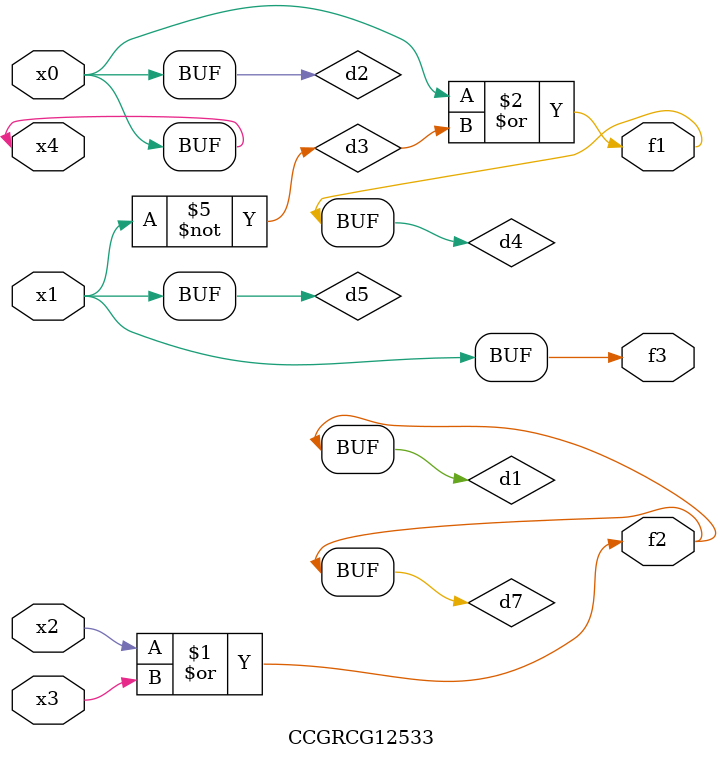
<source format=v>
module CCGRCG12533(
	input x0, x1, x2, x3, x4,
	output f1, f2, f3
);

	wire d1, d2, d3, d4, d5, d6, d7;

	or (d1, x2, x3);
	buf (d2, x0, x4);
	not (d3, x1);
	or (d4, d2, d3);
	not (d5, d3);
	nand (d6, d1, d3);
	or (d7, d1);
	assign f1 = d4;
	assign f2 = d7;
	assign f3 = d5;
endmodule

</source>
